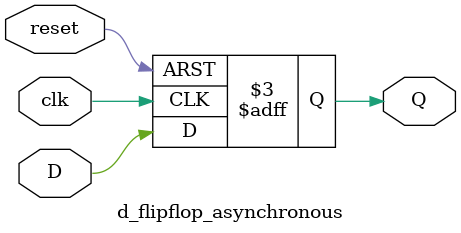
<source format=v>
`timescale 1ns / 1ps


module d_flipflop_asynchronous (
   input D,
    input clk,
    input reset,     // Synchronous reset
    output reg Q
);

    always @(posedge clk or negedge reset) begin
        if (!reset) 
            Q <= 0;
        else 
            Q <= D;
    end

endmodule



</source>
